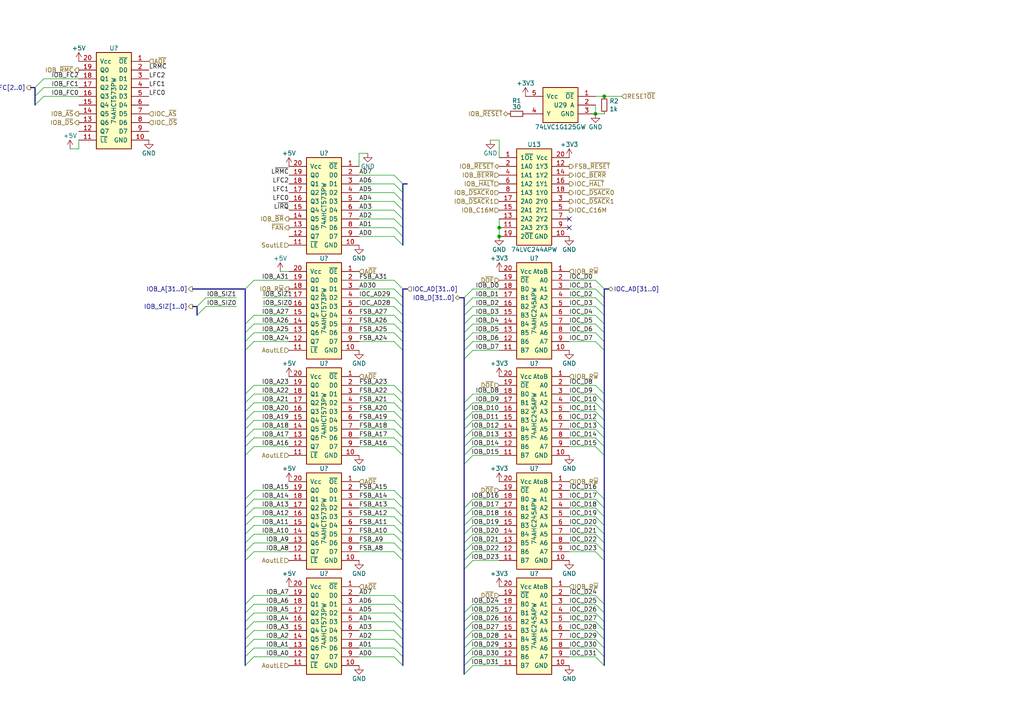
<source format=kicad_sch>
(kicad_sch (version 20230121) (generator eeschema)
  (paper "A4")
  (junction (at -57.15 154.94))
  (junction (at -36.83 160.02))
  (junction (at -46.99 165.1))
  (junction (at 144.78 66.04))
  (junction (at 175.26 27.94))
  (junction (at -57.15 165.1))
  (junction (at 144.78 68.58))
  (junction (at -26.67 165.1))
  (junction (at -67.31 149.86))
  (junction (at -26.67 154.94))
  (junction (at -46.99 160.02))
  (junction (at 172.72 33.02))
  (junction (at -46.99 154.94))
  (junction (at -26.67 149.86))
  (junction (at -36.83 154.94))
  (junction (at -57.15 160.02))
  (junction (at -57.15 149.86))
  (junction (at -46.99 149.86))
  (junction (at -16.51 165.1))
  (junction (at -67.31 160.02))
  (junction (at -36.83 149.86))
  (junction (at -16.51 154.94))
  (junction (at -26.67 160.02))
  (junction (at -36.83 165.1))
  (no_connect (at 165.1 63.5))
  (no_connect (at 165.1 66.04))
  (bus_entry (at 172.72 187.96) (size 2.54 2.54))
  (bus_entry (at 114.3 142.24) (size 2.54 2.54))
  (bus_entry (at 172.72 121.92) (size 2.54 2.54))
  (bus_entry (at 114.3 127) (size 2.54 2.54))
  (bus_entry (at 114.3 149.86) (size 2.54 2.54))
  (bus_entry (at 57.15 88.9) (size 2.54 -2.54))
  (bus_entry (at 137.16 93.98) (size -2.54 2.54))
  (bus_entry (at 114.3 147.32) (size 2.54 2.54))
  (bus_entry (at 73.66 129.54) (size -2.54 2.54))
  (bus_entry (at 137.16 187.96) (size -2.54 2.54))
  (bus_entry (at 137.16 116.84) (size -2.54 2.54))
  (bus_entry (at 114.3 124.46) (size 2.54 2.54))
  (bus_entry (at 73.66 142.24) (size -2.54 2.54))
  (bus_entry (at 137.16 99.06) (size -2.54 2.54))
  (bus_entry (at 114.3 99.06) (size 2.54 2.54))
  (bus_entry (at 114.3 93.98) (size 2.54 2.54))
  (bus_entry (at 114.3 172.72) (size 2.54 2.54))
  (bus_entry (at 137.16 119.38) (size -2.54 2.54))
  (bus_entry (at 137.16 190.5) (size -2.54 2.54))
  (bus_entry (at 137.16 121.92) (size -2.54 2.54))
  (bus_entry (at 137.16 127) (size -2.54 2.54))
  (bus_entry (at 172.72 190.5) (size 2.54 2.54))
  (bus_entry (at 172.72 175.26) (size 2.54 2.54))
  (bus_entry (at 73.66 81.28) (size -2.54 2.54))
  (bus_entry (at 73.66 172.72) (size -2.54 2.54))
  (bus_entry (at 12.7 27.94) (size -2.54 2.54))
  (bus_entry (at 137.16 88.9) (size -2.54 2.54))
  (bus_entry (at 114.3 187.96) (size 2.54 2.54))
  (bus_entry (at 114.3 175.26) (size 2.54 2.54))
  (bus_entry (at 73.66 187.96) (size -2.54 2.54))
  (bus_entry (at 114.3 50.8) (size 2.54 2.54))
  (bus_entry (at 73.66 177.8) (size -2.54 2.54))
  (bus_entry (at 172.72 149.86) (size 2.54 2.54))
  (bus_entry (at 137.16 177.8) (size -2.54 2.54))
  (bus_entry (at 73.66 175.26) (size -2.54 2.54))
  (bus_entry (at 73.66 182.88) (size -2.54 2.54))
  (bus_entry (at 114.3 53.34) (size 2.54 2.54))
  (bus_entry (at 73.66 99.06) (size -2.54 2.54))
  (bus_entry (at 137.16 162.56) (size -2.54 2.54))
  (bus_entry (at 172.72 91.44) (size 2.54 2.54))
  (bus_entry (at 114.3 86.36) (size 2.54 2.54))
  (bus_entry (at 137.16 132.08) (size -2.54 2.54))
  (bus_entry (at 114.3 116.84) (size 2.54 2.54))
  (bus_entry (at 114.3 68.58) (size 2.54 2.54))
  (bus_entry (at 137.16 83.82) (size -2.54 2.54))
  (bus_entry (at 172.72 83.82) (size 2.54 2.54))
  (bus_entry (at 172.72 160.02) (size 2.54 2.54))
  (bus_entry (at 12.7 25.4) (size -2.54 2.54))
  (bus_entry (at 172.72 154.94) (size 2.54 2.54))
  (bus_entry (at 114.3 66.04) (size 2.54 2.54))
  (bus_entry (at 137.16 193.04) (size -2.54 2.54))
  (bus_entry (at 172.72 86.36) (size 2.54 2.54))
  (bus_entry (at 137.16 157.48) (size -2.54 2.54))
  (bus_entry (at 172.72 88.9) (size 2.54 2.54))
  (bus_entry (at 12.7 22.86) (size -2.54 2.54))
  (bus_entry (at 114.3 83.82) (size 2.54 2.54))
  (bus_entry (at 172.72 124.46) (size 2.54 2.54))
  (bus_entry (at 137.16 182.88) (size -2.54 2.54))
  (bus_entry (at 137.16 154.94) (size -2.54 2.54))
  (bus_entry (at 114.3 190.5) (size 2.54 2.54))
  (bus_entry (at 73.66 152.4) (size -2.54 2.54))
  (bus_entry (at 137.16 129.54) (size -2.54 2.54))
  (bus_entry (at 172.72 93.98) (size 2.54 2.54))
  (bus_entry (at 73.66 116.84) (size -2.54 2.54))
  (bus_entry (at 114.3 121.92) (size 2.54 2.54))
  (bus_entry (at 137.16 86.36) (size -2.54 2.54))
  (bus_entry (at 137.16 175.26) (size -2.54 2.54))
  (bus_entry (at 137.16 180.34) (size -2.54 2.54))
  (bus_entry (at 137.16 91.44) (size -2.54 2.54))
  (bus_entry (at 172.72 116.84) (size 2.54 2.54))
  (bus_entry (at 114.3 114.3) (size 2.54 2.54))
  (bus_entry (at 114.3 144.78) (size 2.54 2.54))
  (bus_entry (at 172.72 81.28) (size 2.54 2.54))
  (bus_entry (at 114.3 58.42) (size 2.54 2.54))
  (bus_entry (at 172.72 157.48) (size 2.54 2.54))
  (bus_entry (at 172.72 152.4) (size 2.54 2.54))
  (bus_entry (at 172.72 127) (size 2.54 2.54))
  (bus_entry (at 172.72 142.24) (size 2.54 2.54))
  (bus_entry (at 114.3 55.88) (size 2.54 2.54))
  (bus_entry (at 73.66 127) (size -2.54 2.54))
  (bus_entry (at 114.3 60.96) (size 2.54 2.54))
  (bus_entry (at 137.16 152.4) (size -2.54 2.54))
  (bus_entry (at 114.3 129.54) (size 2.54 2.54))
  (bus_entry (at 172.72 172.72) (size 2.54 2.54))
  (bus_entry (at 137.16 147.32) (size -2.54 2.54))
  (bus_entry (at 73.66 190.5) (size -2.54 2.54))
  (bus_entry (at 114.3 185.42) (size 2.54 2.54))
  (bus_entry (at 172.72 111.76) (size 2.54 2.54))
  (bus_entry (at 114.3 111.76) (size 2.54 2.54))
  (bus_entry (at 73.66 121.92) (size -2.54 2.54))
  (bus_entry (at 73.66 154.94) (size -2.54 2.54))
  (bus_entry (at 137.16 149.86) (size -2.54 2.54))
  (bus_entry (at 172.72 144.78) (size 2.54 2.54))
  (bus_entry (at 114.3 88.9) (size 2.54 2.54))
  (bus_entry (at 114.3 160.02) (size 2.54 2.54))
  (bus_entry (at 114.3 96.52) (size 2.54 2.54))
  (bus_entry (at 73.66 144.78) (size -2.54 2.54))
  (bus_entry (at 172.72 147.32) (size 2.54 2.54))
  (bus_entry (at 114.3 81.28) (size 2.54 2.54))
  (bus_entry (at 73.66 124.46) (size -2.54 2.54))
  (bus_entry (at 73.66 157.48) (size -2.54 2.54))
  (bus_entry (at 172.72 119.38) (size 2.54 2.54))
  (bus_entry (at 172.72 180.34) (size 2.54 2.54))
  (bus_entry (at 172.72 177.8) (size 2.54 2.54))
  (bus_entry (at 114.3 119.38) (size 2.54 2.54))
  (bus_entry (at 73.66 114.3) (size -2.54 2.54))
  (bus_entry (at 114.3 91.44) (size 2.54 2.54))
  (bus_entry (at 114.3 182.88) (size 2.54 2.54))
  (bus_entry (at 172.72 185.42) (size 2.54 2.54))
  (bus_entry (at 73.66 91.44) (size -2.54 2.54))
  (bus_entry (at 137.16 101.6) (size -2.54 2.54))
  (bus_entry (at 114.3 154.94) (size 2.54 2.54))
  (bus_entry (at 73.66 185.42) (size -2.54 2.54))
  (bus_entry (at 114.3 157.48) (size 2.54 2.54))
  (bus_entry (at 73.66 160.02) (size -2.54 2.54))
  (bus_entry (at 73.66 149.86) (size -2.54 2.54))
  (bus_entry (at 114.3 177.8) (size 2.54 2.54))
  (bus_entry (at 114.3 63.5) (size 2.54 2.54))
  (bus_entry (at 172.72 182.88) (size 2.54 2.54))
  (bus_entry (at 73.66 111.76) (size -2.54 2.54))
  (bus_entry (at 73.66 147.32) (size -2.54 2.54))
  (bus_entry (at 73.66 119.38) (size -2.54 2.54))
  (bus_entry (at 137.16 144.78) (size -2.54 2.54))
  (bus_entry (at 137.16 114.3) (size -2.54 2.54))
  (bus_entry (at 114.3 180.34) (size 2.54 2.54))
  (bus_entry (at 172.72 129.54) (size 2.54 2.54))
  (bus_entry (at 137.16 124.46) (size -2.54 2.54))
  (bus_entry (at 172.72 99.06) (size 2.54 2.54))
  (bus_entry (at 137.16 185.42) (size -2.54 2.54))
  (bus_entry (at 137.16 96.52) (size -2.54 2.54))
  (bus_entry (at 57.15 91.44) (size 2.54 -2.54))
  (bus_entry (at 137.16 160.02) (size -2.54 2.54))
  (bus_entry (at 172.72 96.52) (size 2.54 2.54))
  (bus_entry (at 73.66 180.34) (size -2.54 2.54))
  (bus_entry (at 172.72 114.3) (size 2.54 2.54))
  (bus_entry (at 73.66 93.98) (size -2.54 2.54))
  (bus_entry (at 73.66 96.52) (size -2.54 2.54))
  (bus_entry (at 114.3 152.4) (size 2.54 2.54))
  (wire (pts (xy 104.14 96.52) (xy 114.3 96.52)))
  (bus (pts (xy 71.12 124.46) (xy 71.12 127)))
  (bus (pts (xy 116.84 177.8) (xy 116.84 180.34)))
  (wire (pts (xy 165.1 129.54) (xy 172.72 129.54)))
  (wire (pts (xy 76.2 86.36) (xy 83.82 86.36)))
  (bus (pts (xy 134.62 99.06) (xy 134.62 101.6)))
  (wire (pts (xy 83.82 88.9) (xy 76.2 88.9)))
  (bus (pts (xy 134.62 147.32) (xy 134.62 149.86)))
  (wire (pts (xy 83.82 149.86) (xy 73.66 149.86)))
  (bus (pts (xy 116.84 132.08) (xy 116.84 144.78)))
  (wire (pts (xy 165.1 177.8) (xy 172.72 177.8)))
  (bus (pts (xy 175.26 182.88) (xy 175.26 185.42)))
  (bus (pts (xy 175.26 99.06) (xy 175.26 101.6)))
  (wire (pts (xy 144.78 88.9) (xy 137.16 88.9)))
  (bus (pts (xy 116.84 180.34) (xy 116.84 182.88)))
  (wire (pts (xy -26.67 154.94) (xy -16.51 154.94)))
  (wire (pts (xy 83.82 147.32) (xy 73.66 147.32)))
  (wire (pts (xy 172.72 30.48) (xy 172.72 33.02)))
  (wire (pts (xy 165.1 127) (xy 172.72 127)))
  (wire (pts (xy 144.78 116.84) (xy 137.16 116.84)))
  (wire (pts (xy 144.78 119.38) (xy 137.16 119.38)))
  (bus (pts (xy 134.62 157.48) (xy 134.62 160.02)))
  (wire (pts (xy -36.83 160.02) (xy -26.67 160.02)))
  (bus (pts (xy 134.62 185.42) (xy 134.62 187.96)))
  (wire (pts (xy 165.1 185.42) (xy 172.72 185.42)))
  (wire (pts (xy 165.1 182.88) (xy 172.72 182.88)))
  (wire (pts (xy 104.14 149.86) (xy 114.3 149.86)))
  (wire (pts (xy 114.3 63.5) (xy 104.14 63.5)))
  (bus (pts (xy 116.84 99.06) (xy 116.84 101.6)))
  (bus (pts (xy 71.12 93.98) (xy 71.12 96.52)))
  (wire (pts (xy -67.31 154.94) (xy -57.15 154.94)))
  (bus (pts (xy 116.84 182.88) (xy 116.84 185.42)))
  (bus (pts (xy 71.12 83.82) (xy 71.12 93.98)))
  (bus (pts (xy 134.62 152.4) (xy 134.62 154.94)))
  (wire (pts (xy 165.1 187.96) (xy 172.72 187.96)))
  (wire (pts (xy 144.78 40.64) (xy 144.78 45.72)))
  (bus (pts (xy 71.12 127) (xy 71.12 129.54)))
  (wire (pts (xy 83.82 111.76) (xy 73.66 111.76)))
  (wire (pts (xy 144.78 86.36) (xy 137.16 86.36)))
  (bus (pts (xy 175.26 119.38) (xy 175.26 121.92)))
  (wire (pts (xy 104.14 152.4) (xy 114.3 152.4)))
  (bus (pts (xy 71.12 180.34) (xy 71.12 182.88)))
  (wire (pts (xy 59.69 86.36) (xy 68.58 86.36)))
  (wire (pts (xy 144.78 124.46) (xy 137.16 124.46)))
  (bus (pts (xy 71.12 160.02) (xy 71.12 162.56)))
  (wire (pts (xy 104.14 185.42) (xy 114.3 185.42)))
  (bus (pts (xy 175.26 175.26) (xy 175.26 177.8)))
  (bus (pts (xy 175.26 157.48) (xy 175.26 160.02)))
  (wire (pts (xy 165.1 157.48) (xy 172.72 157.48)))
  (wire (pts (xy -67.31 165.1) (xy -57.15 165.1)))
  (wire (pts (xy 175.26 27.94) (xy 172.72 27.94)))
  (bus (pts (xy 116.84 88.9) (xy 116.84 91.44)))
  (wire (pts (xy 144.78 91.44) (xy 137.16 91.44)))
  (wire (pts (xy 104.14 175.26) (xy 114.3 175.26)))
  (wire (pts (xy 114.3 50.8) (xy 104.14 50.8)))
  (wire (pts (xy 104.14 88.9) (xy 114.3 88.9)))
  (wire (pts (xy 83.82 124.46) (xy 73.66 124.46)))
  (bus (pts (xy 71.12 177.8) (xy 71.12 180.34)))
  (bus (pts (xy 116.84 162.56) (xy 116.84 175.26)))
  (wire (pts (xy 104.14 66.04) (xy 114.3 66.04)))
  (wire (pts (xy 83.82 175.26) (xy 73.66 175.26)))
  (bus (pts (xy 175.26 187.96) (xy 175.26 190.5)))
  (wire (pts (xy 83.82 114.3) (xy 73.66 114.3)))
  (bus (pts (xy 175.26 147.32) (xy 175.26 149.86)))
  (bus (pts (xy 175.26 144.78) (xy 175.26 147.32)))
  (wire (pts (xy 144.78 177.8) (xy 137.16 177.8)))
  (bus (pts (xy 134.62 119.38) (xy 134.62 121.92)))
  (wire (pts (xy 165.1 114.3) (xy 172.72 114.3)))
  (wire (pts (xy 83.82 96.52) (xy 73.66 96.52)))
  (wire (pts (xy 144.78 144.78) (xy 137.16 144.78)))
  (wire (pts (xy 144.78 182.88) (xy 137.16 182.88)))
  (bus (pts (xy 71.12 154.94) (xy 71.12 157.48)))
  (bus (pts (xy 55.88 88.9) (xy 57.15 88.9)))
  (wire (pts (xy 142.24 40.64) (xy 144.78 40.64)))
  (bus (pts (xy 116.84 149.86) (xy 116.84 152.4)))
  (wire (pts (xy 165.1 111.76) (xy 172.72 111.76)))
  (bus (pts (xy 116.84 127) (xy 116.84 129.54)))
  (wire (pts (xy 114.3 83.82) (xy 104.14 83.82)))
  (wire (pts (xy 22.86 43.18) (xy 22.86 40.64)))
  (wire (pts (xy 165.1 119.38) (xy 172.72 119.38)))
  (bus (pts (xy 175.26 162.56) (xy 175.26 175.26)))
  (bus (pts (xy 175.26 121.92) (xy 175.26 124.46)))
  (wire (pts (xy 12.7 22.86) (xy 22.86 22.86)))
  (wire (pts (xy 144.78 66.04) (xy 144.78 68.58)))
  (wire (pts (xy 165.1 93.98) (xy 172.72 93.98)))
  (bus (pts (xy 175.26 160.02) (xy 175.26 162.56)))
  (wire (pts (xy 83.82 187.96) (xy 73.66 187.96)))
  (bus (pts (xy 71.12 116.84) (xy 71.12 119.38)))
  (bus (pts (xy 175.26 154.94) (xy 175.26 157.48)))
  (bus (pts (xy 134.62 187.96) (xy 134.62 190.5)))
  (wire (pts (xy 83.82 160.02) (xy 73.66 160.02)))
  (wire (pts (xy 83.82 154.94) (xy 73.66 154.94)))
  (wire (pts (xy 144.78 114.3) (xy 137.16 114.3)))
  (wire (pts (xy 144.78 132.08) (xy 137.16 132.08)))
  (bus (pts (xy 116.84 96.52) (xy 116.84 99.06)))
  (wire (pts (xy 144.78 157.48) (xy 137.16 157.48)))
  (wire (pts (xy -36.83 165.1) (xy -26.67 165.1)))
  (bus (pts (xy 116.84 58.42) (xy 116.84 60.96)))
  (bus (pts (xy 134.62 160.02) (xy 134.62 162.56)))
  (bus (pts (xy 175.26 129.54) (xy 175.26 132.08)))
  (bus (pts (xy 71.12 119.38) (xy 71.12 121.92)))
  (wire (pts (xy 144.78 93.98) (xy 137.16 93.98)))
  (wire (pts (xy 104.14 187.96) (xy 114.3 187.96)))
  (bus (pts (xy 116.84 68.58) (xy 116.84 71.12)))
  (wire (pts (xy 104.14 147.32) (xy 114.3 147.32)))
  (wire (pts (xy 144.78 63.5) (xy 144.78 66.04)))
  (wire (pts (xy 81.28 78.74) (xy 83.82 78.74)))
  (wire (pts (xy 104.14 160.02) (xy 114.3 160.02)))
  (wire (pts (xy -26.67 149.86) (xy -16.51 149.86)))
  (wire (pts (xy 165.1 190.5) (xy 172.72 190.5)))
  (wire (pts (xy -67.31 149.86) (xy -57.15 149.86)))
  (wire (pts (xy 165.1 96.52) (xy 172.72 96.52)))
  (wire (pts (xy 83.82 180.34) (xy 73.66 180.34)))
  (bus (pts (xy 175.26 93.98) (xy 175.26 96.52)))
  (bus (pts (xy 176.53 83.82) (xy 175.26 83.82)))
  (wire (pts (xy 165.1 121.92) (xy 172.72 121.92)))
  (wire (pts (xy 104.14 127) (xy 114.3 127)))
  (wire (pts (xy -26.67 160.02) (xy -16.51 160.02)))
  (bus (pts (xy 116.84 101.6) (xy 116.84 114.3)))
  (wire (pts (xy 165.1 160.02) (xy 172.72 160.02)))
  (bus (pts (xy 57.15 88.9) (xy 57.15 91.44)))
  (wire (pts (xy 104.14 81.28) (xy 114.3 81.28)))
  (bus (pts (xy 71.12 147.32) (xy 71.12 149.86)))
  (bus (pts (xy 71.12 149.86) (xy 71.12 152.4)))
  (bus (pts (xy 134.62 101.6) (xy 134.62 104.14)))
  (bus (pts (xy 118.11 83.82) (xy 116.84 83.82)))
  (wire (pts (xy 144.78 152.4) (xy 137.16 152.4)))
  (wire (pts (xy -57.15 160.02) (xy -46.99 160.02)))
  (wire (pts (xy 165.1 152.4) (xy 172.72 152.4)))
  (bus (pts (xy 10.16 25.4) (xy 10.16 27.94)))
  (wire (pts (xy -46.99 154.94) (xy -36.83 154.94)))
  (bus (pts (xy 116.84 154.94) (xy 116.84 157.48)))
  (wire (pts (xy 165.1 99.06) (xy 172.72 99.06)))
  (wire (pts (xy 22.86 25.4) (xy 12.7 25.4)))
  (bus (pts (xy 134.62 121.92) (xy 134.62 124.46)))
  (wire (pts (xy -36.83 154.94) (xy -26.67 154.94)))
  (wire (pts (xy -26.67 165.1) (xy -16.51 165.1)))
  (bus (pts (xy 134.62 182.88) (xy 134.62 185.42)))
  (wire (pts (xy 165.1 86.36) (xy 172.72 86.36)))
  (wire (pts (xy 83.82 81.28) (xy 73.66 81.28)))
  (bus (pts (xy 116.84 119.38) (xy 116.84 121.92)))
  (bus (pts (xy 71.12 101.6) (xy 71.12 114.3)))
  (bus (pts (xy 71.12 152.4) (xy 71.12 154.94)))
  (bus (pts (xy 175.26 190.5) (xy 175.26 193.04)))
  (bus (pts (xy 175.26 83.82) (xy 175.26 86.36)))
  (wire (pts (xy 83.82 182.88) (xy 73.66 182.88)))
  (bus (pts (xy 175.26 149.86) (xy 175.26 152.4)))
  (bus (pts (xy 116.84 129.54) (xy 116.84 132.08)))
  (wire (pts (xy 104.14 154.94) (xy 114.3 154.94)))
  (bus (pts (xy 175.26 86.36) (xy 175.26 88.9)))
  (bus (pts (xy 71.12 157.48) (xy 71.12 160.02)))
  (wire (pts (xy 104.14 111.76) (xy 114.3 111.76)))
  (bus (pts (xy 116.84 116.84) (xy 116.84 119.38)))
  (bus (pts (xy 134.62 93.98) (xy 134.62 96.52)))
  (wire (pts (xy 144.78 193.04) (xy 137.16 193.04)))
  (wire (pts (xy -57.15 149.86) (xy -46.99 149.86)))
  (bus (pts (xy 116.84 91.44) (xy 116.84 93.98)))
  (wire (pts (xy 165.1 149.86) (xy 172.72 149.86)))
  (wire (pts (xy 104.14 55.88) (xy 114.3 55.88)))
  (wire (pts (xy 104.14 177.8) (xy 114.3 177.8)))
  (bus (pts (xy 116.84 53.34) (xy 116.84 55.88)))
  (wire (pts (xy 83.82 119.38) (xy 73.66 119.38)))
  (bus (pts (xy 8.89 25.4) (xy 10.16 25.4)))
  (bus (pts (xy 134.62 86.36) (xy 134.62 88.9)))
  (wire (pts (xy 144.78 175.26) (xy 137.16 175.26)))
  (wire (pts (xy 104.14 142.24) (xy 114.3 142.24)))
  (bus (pts (xy 134.62 124.46) (xy 134.62 127)))
  (wire (pts (xy 144.78 185.42) (xy 137.16 185.42)))
  (wire (pts (xy 144.78 149.86) (xy 137.16 149.86)))
  (wire (pts (xy 83.82 152.4) (xy 73.66 152.4)))
  (wire (pts (xy 165.1 124.46) (xy 172.72 124.46)))
  (bus (pts (xy 116.84 160.02) (xy 116.84 162.56)))
  (bus (pts (xy 175.26 127) (xy 175.26 129.54)))
  (wire (pts (xy -36.83 149.86) (xy -26.67 149.86)))
  (bus (pts (xy 175.26 177.8) (xy 175.26 180.34)))
  (bus (pts (xy 10.16 27.94) (xy 10.16 30.48)))
  (wire (pts (xy 144.78 129.54) (xy 137.16 129.54)))
  (wire (pts (xy 83.82 142.24) (xy 73.66 142.24)))
  (bus (pts (xy 134.62 165.1) (xy 134.62 177.8)))
  (bus (pts (xy 175.26 116.84) (xy 175.26 119.38)))
  (wire (pts (xy 83.82 190.5) (xy 73.66 190.5)))
  (bus (pts (xy 134.62 134.62) (xy 134.62 147.32)))
  (bus (pts (xy 116.84 53.34) (xy 118.11 53.34)))
  (wire (pts (xy 165.1 144.78) (xy 172.72 144.78)))
  (wire (pts (xy 83.82 129.54) (xy 73.66 129.54)))
  (wire (pts (xy 165.1 175.26) (xy 172.72 175.26)))
  (wire (pts (xy -57.15 154.94) (xy -46.99 154.94)))
  (bus (pts (xy 71.12 121.92) (xy 71.12 124.46)))
  (bus (pts (xy 116.84 187.96) (xy 116.84 190.5)))
  (wire (pts (xy 83.82 91.44) (xy 73.66 91.44)))
  (wire (pts (xy 144.78 154.94) (xy 137.16 154.94)))
  (wire (pts (xy 104.14 144.78) (xy 114.3 144.78)))
  (bus (pts (xy 116.84 124.46) (xy 116.84 127)))
  (bus (pts (xy 71.12 144.78) (xy 71.12 147.32)))
  (bus (pts (xy 116.84 93.98) (xy 116.84 96.52)))
  (wire (pts (xy 20.32 43.18) (xy 22.86 43.18)))
  (wire (pts (xy 104.14 114.3) (xy 114.3 114.3)))
  (wire (pts (xy 165.1 81.28) (xy 172.72 81.28)))
  (bus (pts (xy 175.26 185.42) (xy 175.26 187.96)))
  (bus (pts (xy 134.62 88.9) (xy 134.62 91.44)))
  (wire (pts (xy 83.82 144.78) (xy 73.66 144.78)))
  (wire (pts (xy 114.3 68.58) (xy 104.14 68.58)))
  (wire (pts (xy 144.78 121.92) (xy 137.16 121.92)))
  (wire (pts (xy 83.82 116.84) (xy 73.66 116.84)))
  (wire (pts (xy 144.78 187.96) (xy 137.16 187.96)))
  (bus (pts (xy 175.26 101.6) (xy 175.26 114.3)))
  (wire (pts (xy 165.1 142.24) (xy 172.72 142.24)))
  (wire (pts (xy 106.68 44.45) (xy 104.14 44.45)))
  (bus (pts (xy 134.62 116.84) (xy 134.62 119.38)))
  (wire (pts (xy 104.14 190.5) (xy 114.3 190.5)))
  (bus (pts (xy 116.84 144.78) (xy 116.84 147.32)))
  (wire (pts (xy 83.82 157.48) (xy 73.66 157.48)))
  (wire (pts (xy -46.99 149.86) (xy -36.83 149.86)))
  (bus (pts (xy 134.62 132.08) (xy 134.62 134.62)))
  (wire (pts (xy 144.78 180.34) (xy 137.16 180.34)))
  (wire (pts (xy 104.14 124.46) (xy 114.3 124.46)))
  (wire (pts (xy 104.14 93.98) (xy 114.3 93.98)))
  (wire (pts (xy 12.7 27.94) (xy 22.86 27.94)))
  (wire (pts (xy 104.14 116.84) (xy 114.3 116.84)))
  (wire (pts (xy 114.3 58.42) (xy 104.14 58.42)))
  (bus (pts (xy 116.84 63.5) (xy 116.84 60.96)))
  (wire (pts (xy 144.78 162.56) (xy 137.16 162.56)))
  (wire (pts (xy -57.15 165.1) (xy -46.99 165.1)))
  (bus (pts (xy 116.84 86.36) (xy 116.84 88.9)))
  (wire (pts (xy 165.1 83.82) (xy 172.72 83.82)))
  (bus (pts (xy 175.26 88.9) (xy 175.26 91.44)))
  (bus (pts (xy 116.84 185.42) (xy 116.84 187.96)))
  (wire (pts (xy 83.82 177.8) (xy 73.66 177.8)))
  (wire (pts (xy 144.78 101.6) (xy 137.16 101.6)))
  (wire (pts (xy 104.14 91.44) (xy 114.3 91.44)))
  (bus (pts (xy 175.26 91.44) (xy 175.26 93.98)))
  (wire (pts (xy 104.14 119.38) (xy 114.3 119.38)))
  (bus (pts (xy 71.12 187.96) (xy 71.12 190.5)))
  (bus (pts (xy 133.35 86.36) (xy 134.62 86.36)))
  (bus (pts (xy 71.12 114.3) (xy 71.12 116.84)))
  (wire (pts (xy 104.14 172.72) (xy 114.3 172.72)))
  (bus (pts (xy 71.12 132.08) (xy 71.12 144.78)))
  (bus (pts (xy 175.26 124.46) (xy 175.26 127)))
  (bus (pts (xy 175.26 152.4) (xy 175.26 154.94)))
  (bus (pts (xy 175.26 132.08) (xy 175.26 144.78)))
  (bus (pts (xy 134.62 180.34) (xy 134.62 182.88)))
  (bus (pts (xy 116.84 152.4) (xy 116.84 154.94)))
  (bus (pts (xy 175.26 96.52) (xy 175.26 99.06)))
  (wire (pts (xy 144.78 96.52) (xy 137.16 96.52)))
  (wire (pts (xy 165.1 88.9) (xy 172.72 88.9)))
  (bus (pts (xy 71.12 99.06) (xy 71.12 101.6)))
  (wire (pts (xy 104.14 99.06) (xy 114.3 99.06)))
  (wire (pts (xy 83.82 185.42) (xy 73.66 185.42)))
  (wire (pts (xy 83.82 93.98) (xy 73.66 93.98)))
  (wire (pts (xy 165.1 172.72) (xy 172.72 172.72)))
  (wire (pts (xy 114.3 60.96) (xy 104.14 60.96)))
  (bus (pts (xy 116.84 66.04) (xy 116.84 68.58)))
  (wire (pts (xy 165.1 91.44) (xy 172.72 91.44)))
  (bus (pts (xy 116.84 114.3) (xy 116.84 116.84)))
  (wire (pts (xy 144.78 127) (xy 137.16 127)))
  (bus (pts (xy 116.84 55.88) (xy 116.84 58.42)))
  (bus (pts (xy 134.62 129.54) (xy 134.62 132.08)))
  (bus (pts (xy 134.62 91.44) (xy 134.62 93.98)))
  (wire (pts (xy 68.58 88.9) (xy 59.69 88.9)))
  (wire (pts (xy 83.82 99.06) (xy 73.66 99.06)))
  (wire (pts (xy 180.34 27.94) (xy 175.26 27.94)))
  (bus (pts (xy 71.12 162.56) (xy 71.12 175.26)))
  (wire (pts (xy 144.78 83.82) (xy 137.16 83.82)))
  (wire (pts (xy -46.99 160.02) (xy -36.83 160.02)))
  (wire (pts (xy 114.3 53.34) (xy 104.14 53.34)))
  (bus (pts (xy 71.12 190.5) (xy 71.12 193.04)))
  (wire (pts (xy 165.1 116.84) (xy 172.72 116.84)))
  (bus (pts (xy 134.62 190.5) (xy 134.62 193.04)))
  (bus (pts (xy 134.62 96.52) (xy 134.62 99.06)))
  (bus (pts (xy 71.12 182.88) (xy 71.12 185.42)))
  (wire (pts (xy 104.14 180.34) (xy 114.3 180.34)))
  (wire (pts (xy 165.1 147.32) (xy 172.72 147.32)))
  (wire (pts (xy 165.1 180.34) (xy 172.72 180.34)))
  (bus (pts (xy 116.84 175.26) (xy 116.84 177.8)))
  (bus (pts (xy 175.26 114.3) (xy 175.26 116.84)))
  (wire (pts (xy -67.31 160.02) (xy -57.15 160.02)))
  (wire (pts (xy 83.82 121.92) (xy 73.66 121.92)))
  (wire (pts (xy 104.14 44.45) (xy 104.14 48.26)))
  (bus (pts (xy 134.62 154.94) (xy 134.62 157.48)))
  (bus (pts (xy 116.84 147.32) (xy 116.84 149.86)))
  (wire (pts (xy 144.78 190.5) (xy 137.16 190.5)))
  (bus (pts (xy 175.26 180.34) (xy 175.26 182.88)))
  (wire (pts (xy 144.78 147.32) (xy 137.16 147.32)))
  (bus (pts (xy 71.12 185.42) (xy 71.12 187.96)))
  (wire (pts (xy 104.14 157.48) (xy 114.3 157.48)))
  (wire (pts (xy -46.99 165.1) (xy -36.83 165.1)))
  (bus (pts (xy 134.62 177.8) (xy 134.62 180.34)))
  (wire (pts (xy 104.14 182.88) (xy 114.3 182.88)))
  (bus (pts (xy 55.88 83.82) (xy 71.12 83.82)))
  (wire (pts (xy 104.14 129.54) (xy 114.3 129.54)))
  (bus (pts (xy 116.84 63.5) (xy 116.84 66.04)))
  (wire (pts (xy 83.82 172.72) (xy 73.66 172.72)))
  (wire (pts (xy 83.82 127) (xy 73.66 127)))
  (bus (pts (xy 116.84 190.5) (xy 116.84 193.04)))
  (bus (pts (xy 116.84 83.82) (xy 116.84 86.36)))
  (bus (pts (xy 134.62 193.04) (xy 134.62 195.58)))
  (wire (pts (xy 144.78 99.06) (xy 137.16 99.06)))
  (bus (pts (xy 71.12 175.26) (xy 71.12 177.8)))
  (bus (pts (xy 71.12 96.52) (xy 71.12 99.06)))
  (wire (pts (xy 144.78 160.02) (xy 137.16 160.02)))
  (bus (pts (xy 116.84 157.48) (xy 116.84 160.02)))
  (bus (pts (xy 116.84 121.92) (xy 116.84 124.46)))
  (wire (pts (xy 104.14 121.92) (xy 114.3 121.92)))
  (wire (pts (xy 114.3 86.36) (xy 104.14 86.36)))
  (bus (pts (xy 134.62 162.56) (xy 134.62 165.1)))
  (bus (pts (xy 134.62 127) (xy 134.62 129.54)))
  (bus (pts (xy 134.62 149.86) (xy 134.62 152.4)))
  (bus (pts (xy 71.12 129.54) (xy 71.12 132.08)))
  (bus (pts (xy 134.62 104.14) (xy 134.62 116.84)))
  (wire (pts (xy 165.1 154.94) (xy 172.72 154.94)))
  (wire (pts (xy 175.26 33.02) (xy 172.72 33.02)))
  (label "IOB_A2" (at 83.82 185.42 180))
  (label "IOB_A0" (at 83.82 190.5 180))
  (label "FSB_A31" (at 104.14 81.28 0))
  (label "IOB_D0" (at 144.78 83.82 180))
  (label "IOB_A13" (at 83.82 147.32 180))
  (label "IOC_D23" (at 165.1 160.02 0))
  (label "IOB_D9" (at 144.78 116.84 180))
  (label "AD1" (at 104.14 187.96 0))
  (label "IOC_D7" (at 165.1 99.06 0))
  (label "IOB_D1" (at 144.78 86.36 180))
  (label "IOC_D28" (at 165.1 182.88 0))
  (label "AD4" (at 104.14 180.34 0))
  (label "FSB_A22" (at 104.14 114.3 0))
  (label "IOC_D15" (at 165.1 129.54 0))
  (label "FSB_A23" (at 104.14 111.76 0))
  (label "IOB_SIZ1" (at 76.2 86.36 0))
  (label "IOC_D5" (at 165.1 93.98 0))
  (label "FSB_A8" (at 104.14 160.02 0))
  (label "AD6" (at 104.14 53.34 0))
  (label "IOB_A23" (at 83.82 111.76 180))
  (label "IOB_D18" (at 144.78 149.86 180))
  (label "FSB_A15" (at 104.14 142.24 0))
  (label "IOB_D28" (at 144.78 185.42 180))
  (label "IOB_D10" (at 144.78 119.38 180))
  (label "AD30" (at 104.14 83.82 0))
  (label "AD2" (at 104.14 63.5 0))
  (label "IOB_D3" (at 144.78 91.44 180))
  (label "IOB_FC0" (at 22.86 27.94 180))
  (label "IOC_D25" (at 165.1 175.26 0))
  (label "IOC_D11" (at 165.1 119.38 0))
  (label "FSB_A14" (at 104.14 144.78 0))
  (label "IOC_D17" (at 165.1 144.78 0))
  (label "IOC_AD29" (at 104.14 86.36 0))
  (label "IOB_A24" (at 83.82 99.06 180))
  (label "IOB_D27" (at 144.78 182.88 180))
  (label "IOC_D9" (at 165.1 114.3 0))
  (label "IOB_FC1" (at 22.86 25.4 180))
  (label "IOB_D2" (at 144.78 88.9 180))
  (label "IOB_D20" (at 144.78 154.94 180))
  (label "IOB_A1" (at 83.82 187.96 180))
  (label "IOC_D19" (at 165.1 149.86 0))
  (label "AD0" (at 104.14 190.5 0))
  (label "IOC_D16" (at 165.1 142.24 0))
  (label "IOB_SIZ0" (at 76.2 88.9 0))
  (label "IOB_A17" (at 83.82 127 180))
  (label "FSB_A20" (at 104.14 119.38 0))
  (label "AD3" (at 104.14 182.88 0))
  (label "AD5" (at 104.14 177.8 0))
  (label "IOB_A27" (at 83.82 91.44 180))
  (label "AD7" (at 104.14 172.72 0))
  (label "IOB_A7" (at 83.82 172.72 180))
  (label "IOC_D24" (at 165.1 172.72 0))
  (label "LFC1" (at 43.18 25.4 0))
  (label "FSB_A12" (at 104.14 149.86 0))
  (label "IOB_A12" (at 83.82 149.86 180))
  (label "AD6" (at 104.14 175.26 0))
  (label "FSB_A17" (at 104.14 127 0))
  (label "IOB_D4" (at 144.78 93.98 180))
  (label "IOB_D16" (at 144.78 144.78 180))
  (label "IOB_D23" (at 144.78 162.56 180))
  (label "LRMC" (at 43.18 20.32 0))
  (label "IOB_D5" (at 144.78 96.52 180))
  (label "L~{IRQ}" (at 83.82 60.96 180))
  (label "FSB_A24" (at 104.14 99.06 0))
  (label "IOC_D6" (at 165.1 96.52 0))
  (label "IOB_A8" (at 83.82 160.02 180))
  (label "IOC_AD28" (at 104.14 88.9 0))
  (label "FSB_A26" (at 104.14 93.98 0))
  (label "IOC_D3" (at 165.1 88.9 0))
  (label "IOC_D30" (at 165.1 187.96 0))
  (label "IOB_A22" (at 83.82 114.3 180))
  (label "AD2" (at 104.14 185.42 0))
  (label "IOC_D0" (at 165.1 81.28 0))
  (label "IOC_D1" (at 165.1 83.82 0))
  (label "IOB_A9" (at 83.82 157.48 180))
  (label "IOC_D14" (at 165.1 127 0))
  (label "IOB_A14" (at 83.82 144.78 180))
  (label "IOB_A10" (at 83.82 154.94 180))
  (label "IOB_A21" (at 83.82 116.84 180))
  (label "FSB_A25" (at 104.14 96.52 0))
  (label "IOB_A19" (at 83.82 121.92 180))
  (label "IOC_D10" (at 165.1 116.84 0))
  (label "IOC_D31" (at 165.1 190.5 0))
  (label "IOB_D29" (at 144.78 187.96 180))
  (label "FSB_A16" (at 104.14 129.54 0))
  (label "IOB_D6" (at 144.78 99.06 180))
  (label "IOB_D15" (at 144.78 132.08 180))
  (label "IOB_D30" (at 144.78 190.5 180))
  (label "FSB_A27" (at 104.14 91.44 0))
  (label "IOC_D22" (at 165.1 157.48 0))
  (label "IOB_D13" (at 144.78 127 180))
  (label "IOB_D12" (at 144.78 124.46 180))
  (label "IOB_SIZ0" (at 68.58 88.9 180))
  (label "IOC_D8" (at 165.1 111.76 0))
  (label "LFC1" (at 83.82 55.88 180))
  (label "IOB_FC2" (at 22.86 22.86 180))
  (label "L~{RMC}" (at 83.82 50.8 180))
  (label "AD5" (at 104.14 55.88 0))
  (label "AD4" (at 104.14 58.42 0))
  (label "IOB_D17" (at 144.78 147.32 180))
  (label "IOC_D29" (at 165.1 185.42 0))
  (label "IOC_D18" (at 165.1 147.32 0))
  (label "IOB_D14" (at 144.78 129.54 180))
  (label "IOB_A16" (at 83.82 129.54 180))
  (label "IOC_D12" (at 165.1 121.92 0))
  (label "IOB_D24" (at 144.78 175.26 180))
  (label "IOB_A11" (at 83.82 152.4 180))
  (label "LFC0" (at 43.18 27.94 0))
  (label "IOB_D31" (at 144.78 193.04 180))
  (label "LFC0" (at 83.82 58.42 180))
  (label "IOB_D21" (at 144.78 157.48 180))
  (label "IOB_A4" (at 83.82 180.34 180))
  (label "IOB_D22" (at 144.78 160.02 180))
  (label "IOC_D13" (at 165.1 124.46 0))
  (label "AD0" (at 104.14 68.58 0))
  (label "FSB_A19" (at 104.14 121.92 0))
  (label "IOB_D7" (at 144.78 101.6 180))
  (label "IOC_D20" (at 165.1 152.4 0))
  (label "LFC2" (at 83.82 53.34 180))
  (label "IOB_A25" (at 83.82 96.52 180))
  (label "FSB_A13" (at 104.14 147.32 0))
  (label "IOB_A26" (at 83.82 93.98 180))
  (label "IOB_A3" (at 83.82 182.88 180))
  (label "IOC_D2" (at 165.1 86.36 0))
  (label "IOB_SIZ1" (at 68.58 86.36 180))
  (label "FSB_A9" (at 104.14 157.48 0))
  (label "IOB_A20" (at 83.82 119.38 180))
  (label "FSB_A10" (at 104.14 154.94 0))
  (label "IOC_D27" (at 165.1 180.34 0))
  (label "IOB_D8" (at 144.78 114.3 180))
  (label "IOB_A31" (at 83.82 81.28 180))
  (label "IOC_D21" (at 165.1 154.94 0))
  (label "IOB_A6" (at 83.82 175.26 180))
  (label "IOB_A18" (at 83.82 124.46 180))
  (label "IOB_D25" (at 144.78 177.8 180))
  (label "IOB_A5" (at 83.82 177.8 180))
  (label "FSB_A21" (at 104.14 116.84 0))
  (label "LFC2" (at 43.18 22.86 0))
  (label "IOB_D26" (at 144.78 180.34 180))
  (label "IOC_D26" (at 165.1 177.8 0))
  (label "AD1" (at 104.14 66.04 0))
  (label "AD7" (at 104.14 50.8 0))
  (label "AD3" (at 104.14 60.96 0))
  (label "FSB_A11" (at 104.14 152.4 0))
  (label "IOC_D4" (at 165.1 91.44 0))
  (label "IOB_A15" (at 83.82 142.24 180))
  (label "FSB_A18" (at 104.14 124.46 0))
  (label "IOB_D11" (at 144.78 121.92 180))
  (label "IOB_D19" (at 144.78 152.4 180))
  (hierarchical_label "IOC_~{AS}" (shape input) (at 43.18 33.02 0))
  (hierarchical_label "D~{OE}" (shape input) (at 144.78 111.76 180))
  (hierarchical_label "A~{OE}" (shape input) (at 104.14 78.74 0))
  (hierarchical_label "FSB_~{RESET}" (shape output) (at 165.1 48.26 0))
  (hierarchical_label "IOB_~{BR}" (shape output) (at 83.82 63.5 180))
  (hierarchical_label "IOC_~{DSACK}0" (shape output) (at 165.1 55.88 0))
  (hierarchical_label "IOC_~{DSACK}1" (shape output) (at 165.1 58.42 0))
  (hierarchical_label "IOB_~{AS}" (shape output) (at 22.86 33.02 180))
  (hierarchical_label "IOB_R~{W}" (shape input) (at 165.1 109.22 0))
  (hierarchical_label "RESET~{OE}" (shape input) (at 180.34 27.94 0))
  (hierarchical_label "IOB_~{RESET}" (shape bidirectional) (at 147.32 33.02 180))
  (hierarchical_label "D~{OE}" (shape input) (at 144.78 81.28 180))
  (hierarchical_label "IOB_C16M" (shape input) (at 144.78 60.96 180))
  (hierarchical_label "IOB_R~{W}" (shape input) (at 165.1 170.18 0))
  (hierarchical_label "IOB_D[31..0]" (shape bidirectional) (at 133.35 86.36 180))
  (hierarchical_label "AoutLE" (shape input) (at 83.82 162.56 180))
  (hierarchical_label "IOB_~{HALT}" (shape input) (at 144.78 53.34 180))
  (hierarchical_label "IOB_~{RESET}" (shape bidirectional) (at 144.78 48.26 180))
  (hierarchical_label "IOB_~{DSACK}1" (shape input) (at 144.78 58.42 180))
  (hierarchical_label "AoutLE" (shape input) (at 83.82 193.04 180))
  (hierarchical_label "D~{OE}" (shape input) (at 144.78 172.72 180))
  (hierarchical_label "IOB_~{DS}" (shape output) (at 22.86 35.56 180))
  (hierarchical_label "A~{OE}" (shape input) (at 104.14 109.22 0))
  (hierarchical_label "A~{OE}" (shape input) (at 104.14 139.7 0))
  (hierarchical_label "IOB_R~{W}" (shape input) (at 165.1 139.7 0))
  (hierarchical_label "A~{OE}" (shape input) (at 104.14 170.18 0))
  (hierarchical_label "IOC_~{DS}" (shape input) (at 43.18 35.56 0))
  (hierarchical_label "IOB_SIZ[1..0]" (shape output) (at 55.88 88.9 180))
  (hierarchical_label "IOC_AD[31..0]" (shape bidirectional) (at 176.53 83.82 0))
  (hierarchical_label "IOC_C16M" (shape output) (at 165.1 60.96 0))
  (hierarchical_label "IOB_~{BERR}" (shape input) (at 144.78 50.8 180))
  (hierarchical_label "IOB_A[31..0]" (shape output) (at 55.88 83.82 180))
  (hierarchical_label "IOC_~{HALT}" (shape output) (at 165.1 53.34 0))
  (hierarchical_label "IOC_AD[31..0]" (shape input) (at 118.11 83.82 0))
  (hierarchical_label "AoutLE" (shape input) (at 83.82 101.6 180))
  (hierarchical_label "IOB_R~{W}" (shape input) (at 165.1 78.74 0))
  (hierarchical_label "IOB_FC[2..0]" (shape output) (at 8.89 25.4 180))
  (hierarchical_label "IOB_~{DSACK}0" (shape input) (at 144.78 55.88 180))
  (hierarchical_label "AoutLE" (shape input) (at 83.82 132.08 180))
  (hierarchical_label "SoutLE" (shape input) (at 83.82 71.12 180))
  (hierarchical_label "IOB_~{RMC}" (shape output) (at 22.86 20.32 180))
  (hierarchical_label "A~{OE}" (shape input) (at 43.18 17.78 0))
  (hierarchical_label "~{FAN}" (shape output) (at 83.82 66.04 180))
  (hierarchical_label "IOC_~{BERR}" (shape output) (at 165.1 50.8 0))
  (hierarchical_label "D~{OE}" (shape input) (at 144.78 142.24 180))
  (hierarchical_label "IOB_R~{W}" (shape output) (at 83.82 83.82 180))
  (symbol (lib_id "GW_Logic:74573") (at 93.98 181.61 0) (mirror y) (unit 1)
    (property "Reference" "U?" (at 93.98 166.37 0))
    (property "Value" "74AHCT573PW" (at 93.98 181.61 90))
    (property "Footprint" "stdpads:TSSOP-20_4.4x6.5mm_P0.65mm" (effects hide))
    (instances (project "SE-030" (path "" (reference "U?") (unit 1)) (path "" (reference "U12") (unit 1))))
  )
  (symbol (lib_id "GW_Logic:74573") (at 93.98 151.13 0) (mirror y) (unit 1)
    (property "Reference" "U?" (at 93.98 135.89 0))
    (property "Value" "74AHCT573PW" (at 93.98 151.13 90))
    (property "Footprint" "stdpads:TSSOP-20_4.4x6.5mm_P0.65mm" (effects hide))
    (instances (project "SE-030" (path "" (reference "U?") (unit 1)) (path "" (reference "U11") (unit 1))))
  )
  (symbol (lib_id "power:GND") (at 104.14 193.04 0) (unit 1)
    (property "Reference" "#PWR?" (effects hide))
    (property "Value" "GND" (at 104.14 196.85 0))
    (instances (project "SE-030" (path "" (reference "#PWR?") (unit 1)) (path "" (reference "#PWR0130") (unit 1))))
  )
  (symbol (lib_id "power:GND") (at 104.14 162.56 0) (unit 1)
    (property "Reference" "#PWR?" (effects hide))
    (property "Value" "GND" (at 104.14 166.37 0))
    (instances (project "SE-030" (path "" (reference "#PWR?") (unit 1)) (path "" (reference "#PWR0131") (unit 1))))
  )
  (symbol (lib_id "GW_Logic:74573") (at 93.98 120.65 0) (mirror y) (unit 1)
    (property "Reference" "U?" (at 93.98 105.41 0))
    (property "Value" "74AHCT573PW" (at 93.98 120.65 90))
    (property "Footprint" "stdpads:TSSOP-20_4.4x6.5mm_P0.65mm" (effects hide))
    (instances (project "SE-030" (path "" (reference "U?") (unit 1)) (path "" (reference "U10") (unit 1))))
  )
  (symbol (lib_id "power:GND") (at 104.14 132.08 0) (unit 1)
    (property "Reference" "#PWR?" (effects hide))
    (property "Value" "GND" (at 104.14 135.89 0))
    (instances (project "SE-030" (path "" (reference "#PWR?") (unit 1)) (path "" (reference "#PWR0132") (unit 1))))
  )
  (symbol (lib_id "power:GND") (at -16.51 165.1 0) (mirror y) (unit 1)
    (property "Reference" "#PWR?" (effects hide))
    (property "Value" "GND" (at -16.51 168.91 0))
    (instances (project "SE-030" (path "" (reference "#PWR?") (unit 1)) (path "" (reference "#PWR0134") (unit 1)) (path "" (reference "#PWR?") (unit 1)) (path "" (reference "#PWR?") (unit 1))))
  )
  (symbol (lib_id "power:+5V") (at 83.82 170.18 0) (unit 1)
    (property "Reference" "#PWR?" (effects hide))
    (property "Value" "+5V" (at 83.82 166.37 0))
    (instances (project "SE-030" (path "" (reference "#PWR?") (unit 1)) (path "" (reference "#PWR0135") (unit 1))))
  )
  (symbol (lib_id "power:+5V") (at 83.82 139.7 0) (unit 1)
    (property "Reference" "#PWR?" (effects hide))
    (property "Value" "+5V" (at 83.82 135.89 0))
    (instances (project "SE-030" (path "" (reference "#PWR?") (unit 1)) (path "" (reference "#PWR0136") (unit 1))))
  )
  (symbol (lib_id "power:+5V") (at 83.82 109.22 0) (unit 1)
    (property "Reference" "#PWR?" (effects hide))
    (property "Value" "+5V" (at 83.82 105.41 0))
    (instances (project "SE-030" (path "" (reference "#PWR?") (unit 1)) (path "" (reference "#PWR0137") (unit 1))))
  )
  (symbol (lib_id "GW_Logic:741G125GW") (at 162.56 30.48 0) (mirror y) (unit 1)
    (property "Reference" "U29" (at 162.56 30.48 0))
    (property "Value" "74LVC1G125GW" (at 162.56 36.83 0))
    (property "Footprint" "stdpads:SOT-353" (effects hide))
  )
  (symbol (lib_id "Device:R_Small") (at 149.86 33.02 270) (unit 1)
    (property "Reference" "R1" (at 149.86 29.21 90))
    (property "Value" "30" (at 149.86 31.75 90) (effects (justify bottom)))
  )
  (symbol (lib_id "power:+3V3") (at 152.4 27.94 0) (mirror y) (unit 1)
    (property "Reference" "#PWR?" (effects hide))
    (property "Value" "+3V3" (at 152.4 24.13 0))
    (instances (project "SE-030" (path "" (reference "#PWR?") (unit 1)) (path "" (reference "#PWR0102") (unit 1))))
  )
  (symbol (lib_id "power:GND") (at 172.72 33.02 0) (mirror y) (unit 1)
    (property "Reference" "#PWR?" (effects hide))
    (property "Value" "GND" (at 172.72 36.83 0))
    (instances (project "SE-030" (path "" (reference "#PWR?") (unit 1)) (path "" (reference "#PWR0103") (unit 1))))
  )
  (symbol (lib_id "Device:R_Small") (at 175.26 30.48 0) (unit 1)
    (property "Reference" "R2" (at 176.7586 29.3116 0) (effects (justify left)))
    (property "Value" "1k" (at 176.7586 31.623 0) (effects (justify left)))
  )
  (symbol (lib_id "Device:C_Small") (at -26.67 152.4 0) (unit 1)
    (property "Reference" "C?" (at -25.4 151.13 0) (effects (justify left)))
    (property "Value" "2u2" (at -25.4 153.67 0) (effects (justify left)))
    (property "Footprint" "stdpads:C_0603" (effects hide))
    (instances (project "SE-030" (path "" (reference "C?") (unit 1)) (path "" (reference "C24") (unit 1)) (path "" (reference "C?") (unit 1)) (path "" (reference "C?") (unit 1))))
  )
  (symbol (lib_id "power:GND") (at -16.51 154.94 0) (mirror y) (unit 1)
    (property "Reference" "#PWR?" (effects hide))
    (property "Value" "GND" (at -16.51 158.75 0))
    (instances (project "SE-030" (path "" (reference "#PWR?") (unit 1)) (path "" (reference "#PWR0139") (unit 1)) (path "" (reference "#PWR?") (unit 1)) (path "" (reference "#PWR?") (unit 1))))
  )
  (symbol (lib_id "power:GND") (at 104.14 101.6 0) (unit 1)
    (property "Reference" "#PWR?" (effects hide))
    (property "Value" "GND" (at 104.14 105.41 0))
    (instances (project "SE-030" (path "" (reference "#PWR?") (unit 1)) (path "" (reference "#PWR0140") (unit 1))))
  )
  (symbol (lib_id "power:+5V") (at 81.28 78.74 0) (unit 1)
    (property "Reference" "#PWR?" (effects hide))
    (property "Value" "+5V" (at 81.28 74.93 0))
    (instances (project "SE-030" (path "" (reference "#PWR?") (unit 1)) (path "" (reference "#PWR0141") (unit 1))))
  )
  (symbol (lib_id "GW_Logic:74573") (at 93.98 90.17 0) (mirror y) (unit 1)
    (property "Reference" "U?" (at 93.98 74.93 0))
    (property "Value" "74AHCT573PW" (at 93.98 90.17 90))
    (property "Footprint" "stdpads:TSSOP-20_4.4x6.5mm_P0.65mm" (effects hide))
    (instances (project "SE-030" (path "" (reference "U?") (unit 1)) (path "" (reference "U9") (unit 1))))
  )
  (symbol (lib_id "GW_Logic:74573") (at 93.98 59.69 0) (mirror y) (unit 1)
    (property "Reference" "U?" (at 93.98 44.45 0))
    (property "Value" "74AHCT573PW" (at 93.98 59.69 90))
    (property "Footprint" "stdpads:TSSOP-20_4.4x6.5mm_P0.65mm" (effects hide))
    (instances (project "SE-030" (path "" (reference "U?") (unit 1)) (path "" (reference "U8") (unit 1))))
  )
  (symbol (lib_id "power:GND") (at 165.1 68.58 0) (mirror y) (unit 1)
    (property "Reference" "#PWR?" (effects hide))
    (property "Value" "GND" (at 165.1 72.39 0))
    (instances (project "SE-030" (path "" (reference "#PWR?") (unit 1)) (path "" (reference "#PWR0154") (unit 1))))
  )
  (symbol (lib_id "power:GND") (at 165.1 101.6 0) (mirror y) (unit 1)
    (property "Reference" "#PWR?" (effects hide))
    (property "Value" "GND" (at 165.1 105.41 0))
    (instances (project "SE-030" (path "" (reference "#PWR?") (unit 1)) (path "" (reference "#PWR0145") (unit 1))))
  )
  (symbol (lib_id "power:+3V3") (at 144.78 78.74 0) (mirror y) (unit 1)
    (property "Reference" "#PWR?" (effects hide))
    (property "Value" "+3V3" (at 144.78 74.93 0))
    (instances (project "SE-030" (path "" (reference "#PWR?") (unit 1)) (path "" (reference "#PWR0144") (unit 1))))
  )
  (symbol (lib_id "power:+3V3") (at 144.78 139.7 0) (mirror y) (unit 1)
    (property "Reference" "#PWR?" (effects hide))
    (property "Value" "+3V3" (at 144.78 135.89 0))
    (instances (project "SE-030" (path "" (reference "#PWR?") (unit 1)) (path "" (reference "#PWR0148") (unit 1))))
  )
  (symbol (lib_id "power:GND") (at 165.1 162.56 0) (mirror y) (unit 1)
    (property "Reference" "#PWR?" (effects hide))
    (property "Value" "GND" (at 165.1 166.37 0))
    (instances (project "SE-030" (path "" (reference "#PWR?") (unit 1)) (path "" (reference "#PWR0149") (unit 1))))
  )
  (symbol (lib_id "GW_Logic:74245") (at 154.94 151.13 0) (mirror y) (unit 1)
    (property "Reference" "U?" (at 154.94 135.89 0))
    (property "Value" "74AHC245APW" (at 154.94 151.13 90))
    (instances (project "SE-030" (path "" (reference "U?") (unit 1)) (path "" (reference "U16") (unit 1))))
  )
  (symbol (lib_id "power:+3V3") (at 144.78 170.18 0) (mirror y) (unit 1)
    (property "Reference" "#PWR?" (effects hide))
    (property "Value" "+3V3" (at 144.78 166.37 0))
    (instances (project "SE-030" (path "" (reference "#PWR?") (unit 1)) (path "" (reference "#PWR0150") (unit 1))))
  )
  (symbol (lib_id "power:GND") (at 165.1 193.04 0) (mirror y) (unit 1)
    (property "Reference" "#PWR?" (effects hide))
    (property "Value" "GND" (at 165.1 196.85 0))
    (instances (project "SE-030" (path "" (reference "#PWR?") (unit 1)) (path "" (reference "#PWR0151") (unit 1))))
  )
  (symbol (lib_id "GW_Logic:74245") (at 154.94 181.61 0) (mirror y) (unit 1)
    (property "Reference" "U?" (at 154.94 166.37 0))
    (property "Value" "74AHC245APW" (at 154.94 181.61 90))
    (instances (project "SE-030" (path "" (reference "U?") (unit 1)) (path "" (reference "U17") (unit 1))))
  )
  (symbol (lib_id "power:+3V3") (at 165.1 45.72 0) (mirror y) (unit 1)
    (property "Reference" "#PWR?" (effects hide))
    (property "Value" "+3V3" (at 165.1 41.91 0))
    (instances (project "SE-030" (path "" (reference "#PWR?") (unit 1)) (path "" (reference "#PWR0152") (unit 1))))
  )
  (symbol (lib_id "GW_Logic:74244") (at 154.94 57.15 0) (mirror y) (unit 1)
    (property "Reference" "U13" (at 154.94 41.91 0))
    (property "Value" "74LVC244APW" (at 154.94 72.39 0))
    (property "Footprint" "stdpads:TSSOP-20_4.4x6.5mm_P0.65mm" (effects hide))
  )
  (symbol (lib_id "power:GND") (at 144.78 68.58 0) (mirror y) (unit 1)
    (property "Reference" "#PWR?" (effects hide))
    (property "Value" "GND" (at 144.78 72.39 0))
    (instances (project "SE-030" (path "" (reference "#PWR?") (unit 1)) (path "" (reference "#PWR0155") (unit 1))))
  )
  (symbol (lib_id "power:GND") (at 142.24 40.64 0) (mirror y) (unit 1)
    (property "Reference" "#PWR?" (effects hide))
    (property "Value" "GND" (at 142.24 44.45 0))
    (instances (project "SE-030" (path "" (reference "#PWR?") (unit 1)) (path "" (reference "#PWR0156") (unit 1))))
  )
  (symbol (lib_id "Device:C_Small") (at -57.15 162.56 0) (unit 1)
    (property "Reference" "C?" (at -55.88 161.29 0) (effects (justify left)))
    (property "Value" "2u2" (at -55.88 163.83 0) (effects (justify left)))
    (property "Footprint" "stdpads:C_0603" (effects hide))
    (instances (project "SE-030" (path "" (reference "C?") (unit 1)) (path "" (reference "C19") (unit 1)) (path "" (reference "C?") (unit 1)) (path "" (reference "C?") (unit 1))))
  )
  (symbol (lib_id "Device:C_Small") (at -46.99 162.56 0) (unit 1)
    (property "Reference" "C?" (at -45.72 161.29 0) (effects (justify left)))
    (property "Value" "2u2" (at -45.72 163.83 0) (effects (justify left)))
    (property "Footprint" "stdpads:C_0603" (effects hide))
    (instances (project "SE-030" (path "" (reference "C?") (unit 1)) (path "" (reference "C21") (unit 1)) (path "" (reference "C?") (unit 1)) (path "" (reference "C?") (unit 1))))
  )
  (symbol (lib_id "Device:C_Small") (at -36.83 162.56 0) (unit 1)
    (property "Reference" "C?" (at -35.56 161.29 0) (effects (justify left)))
    (property "Value" "2u2" (at -35.56 163.83 0) (effects (justify left)))
    (property "Footprint" "stdpads:C_0603" (effects hide))
    (instances (project "SE-030" (path "" (reference "C?") (unit 1)) (path "" (reference "C23") (unit 1)) (path "" (reference "C?") (unit 1)) (path "" (reference "C?") (unit 1))))
  )
  (symbol (lib_id "power:+3V3") (at -67.31 160.02 0) (unit 1)
    (property "Reference" "#PWR?" (effects hide))
    (property "Value" "+3V3" (at -67.31 156.21 0))
    (instances (project "SE-030" (path "" (reference "#PWR?") (unit 1)) (path "" (reference "#PWR0133") (unit 1)) (path "" (reference "#PWR?") (unit 1)) (path "" (reference "#PWR?") (unit 1))))
  )
  (symbol (lib_id "Device:C_Small") (at -67.31 162.56 0) (unit 1)
    (property "Reference" "C?" (at -66.04 161.29 0) (effects (justify left)))
    (property "Value" "2u2" (at -66.04 163.83 0) (effects (justify left)))
    (property "Footprint" "stdpads:C_0603" (effects hide))
    (instances (project "SE-030" (path "" (reference "C?") (unit 1)) (path "" (reference "C17") (unit 1)) (path "" (reference "C?") (unit 1)) (path "" (reference "C?") (unit 1))))
  )
  (symbol (lib_id "Device:C_Small") (at -16.51 162.56 0) (unit 1)
    (property "Reference" "C?" (at -15.24 161.29 0) (effects (justify left)))
    (property "Value" "2u2" (at -15.24 163.83 0) (effects (justify left)))
    (property "Footprint" "stdpads:C_0603" (effects hide))
    (instances (project "SE-030" (path "" (reference "C?") (unit 1)) (path "" (reference "C27") (unit 1)) (path "" (reference "C?") (unit 1)) (path "" (reference "C?") (unit 1))))
  )
  (symbol (lib_id "Device:C_Small") (at -26.67 162.56 0) (unit 1)
    (property "Reference" "C?" (at -25.4 161.29 0) (effects (justify left)))
    (property "Value" "2u2" (at -25.4 163.83 0) (effects (justify left)))
    (property "Footprint" "stdpads:C_0603" (effects hide))
    (instances (project "SE-030" (path "" (reference "C?") (unit 1)) (path "" (reference "C25") (unit 1)) (path "" (reference "C?") (unit 1)) (path "" (reference "C?") (unit 1))))
  )
  (symbol (lib_id "Device:C_Small") (at -57.15 152.4 0) (unit 1)
    (property "Reference" "C?" (at -55.88 151.13 0) (effects (justify left)))
    (property "Value" "2u2" (at -55.88 153.67 0) (effects (justify left)))
    (property "Footprint" "stdpads:C_0603" (effects hide))
    (instances (project "SE-030" (path "" (reference "C?") (unit 1)) (path "" (reference "C18") (unit 1)) (path "" (reference "C?") (unit 1)) (path "" (reference "C?") (unit 1))))
  )
  (symbol (lib_id "Device:C_Small") (at -46.99 152.4 0) (unit 1)
    (property "Reference" "C?" (at -45.72 151.13 0) (effects (justify left)))
    (property "Value" "2u2" (at -45.72 153.67 0) (effects (justify left)))
    (property "Footprint" "stdpads:C_0603" (effects hide))
    (instances (project "SE-030" (path "" (reference "C?") (unit 1)) (path "" (reference "C20") (unit 1)) (path "" (reference "C?") (unit 1)) (path "" (reference "C?") (unit 1))))
  )
  (symbol (lib_id "Device:C_Small") (at -36.83 152.4 0) (unit 1)
    (property "Reference" "C?" (at -35.56 151.13 0) (effects (justify left)))
    (property "Value" "2u2" (at -35.56 153.67 0) (effects (justify left)))
    (property "Footprint" "stdpads:C_0603" (effects hide))
    (instances (project "SE-030" (path "" (reference "C?") (unit 1)) (path "" (reference "C22") (unit 1)) (path "" (reference "C?") (unit 1)) (path "" (reference "C?") (unit 1))))
  )
  (symbol (lib_id "power:+3V3") (at -67.31 149.86 0) (unit 1)
    (property "Reference" "#PWR?" (effects hide))
    (property "Value" "+3V3" (at -67.31 146.05 0))
    (instances (project "SE-030" (path "" (reference "#PWR?") (unit 1)) (path "" (reference "#PWR0138") (unit 1)) (path "" (reference "#PWR?") (unit 1)) (path "" (reference "#PWR?") (unit 1))))
  )
  (symbol (lib_id "Device:C_Small") (at -67.31 152.4 0) (unit 1)
    (property "Reference" "C?" (at -66.04 151.13 0) (effects (justify left)))
    (property "Value" "2u2" (at -66.04 153.67 0) (effects (justify left)))
    (property "Footprint" "stdpads:C_0603" (effects hide))
    (instances (project "SE-030" (path "" (reference "C?") (unit 1)) (path "" (reference "C16") (unit 1)) (path "" (reference "C?") (unit 1)) (path "" (reference "C?") (unit 1))))
  )
  (symbol (lib_id "Device:C_Small") (at -16.51 152.4 0) (unit 1)
    (property "Reference" "C?" (at -15.24 151.13 0) (effects (justify left)))
    (property "Value" "2u2" (at -15.24 153.67 0) (effects (justify left)))
    (property "Footprint" "stdpads:C_0603" (effects hide))
    (instances (project "SE-030" (path "" (reference "C?") (unit 1)) (path "" (reference "C26") (unit 1)) (path "" (reference "C?") (unit 1)) (path "" (reference "C?") (unit 1))))
  )
  (symbol (lib_id "GW_Logic:74245") (at 154.94 90.17 0) (mirror y) (unit 1)
    (property "Reference" "U?" (at 154.94 74.93 0))
    (property "Value" "74AHC245APW" (at 154.94 90.17 90))
    (instances (project "SE-030" (path "" (reference "U?") (unit 1)) (path "" (reference "U14") (unit 1))))
  )
  (symbol (lib_id "power:+3V3") (at 144.78 109.22 0) (mirror y) (unit 1)
    (property "Reference" "#PWR?" (effects hide))
    (property "Value" "+3V3" (at 144.78 105.41 0))
    (instances (project "SE-030" (path "" (reference "#PWR?") (unit 1)) (path "" (reference "#PWR0146") (unit 1))))
  )
  (symbol (lib_id "power:GND") (at 165.1 132.08 0) (mirror y) (unit 1)
    (property "Reference" "#PWR?" (effects hide))
    (property "Value" "GND" (at 165.1 135.89 0))
    (instances (project "SE-030" (path "" (reference "#PWR?") (unit 1)) (path "" (reference "#PWR0147") (unit 1))))
  )
  (symbol (lib_id "GW_Logic:74245") (at 154.94 120.65 0) (mirror y) (unit 1)
    (property "Reference" "U?" (at 154.94 105.41 0))
    (property "Value" "74AHC245APW" (at 154.94 120.65 90))
    (instances (project "SE-030" (path "" (reference "U?") (unit 1)) (path "" (reference "U15") (unit 1))))
  )
  (symbol (lib_id "power:GND") (at 104.14 71.12 0) (unit 1)
    (property "Reference" "#PWR?" (effects hide))
    (property "Value" "GND" (at 104.14 74.93 0))
    (instances (project "SE-030" (path "" (reference "#PWR?") (unit 1)) (path "" (reference "#PWR038") (unit 1))))
  )
  (symbol (lib_id "power:+5V") (at 22.86 17.78 0) (unit 1)
    (property "Reference" "#PWR?" (effects hide))
    (property "Value" "+5V" (at 22.86 13.97 0))
    (instances (project "SE-030" (path "" (reference "#PWR?") (unit 1)) (path "" (reference "#PWR039") (unit 1))))
  )
  (symbol (lib_id "power:GND") (at 106.68 44.45 0) (unit 1)
    (property "Reference" "#PWR?" (effects hide))
    (property "Value" "GND" (at 106.68 48.26 0))
    (instances (project "SE-030" (path "" (reference "#PWR?") (unit 1)) (path "" (reference "#PWR041") (unit 1))))
  )
  (symbol (lib_id "power:+5V") (at 83.82 48.26 0) (unit 1)
    (property "Reference" "#PWR?" (effects hide))
    (property "Value" "+5V" (at 83.82 44.45 0))
    (instances (project "SE-030" (path "" (reference "#PWR?") (unit 1)) (path "" (reference "#PWR037") (unit 1))))
  )
  (symbol (lib_id "GW_Logic:74573") (at 33.02 29.21 0) (mirror y) (unit 1)
    (property "Reference" "U?" (at 33.02 13.97 0))
    (property "Value" "74AHCT573PW" (at 33.02 29.21 90))
    (property "Footprint" "stdpads:TSSOP-20_4.4x6.5mm_P0.65mm" (effects hide))
    (instances (project "SE-030" (path "" (reference "U?") (unit 1)) (path "" (reference "U34") (unit 1))))
  )
  (symbol (lib_id "power:GND") (at 43.18 40.64 0) (unit 1)
    (property "Reference" "#PWR?" (effects hide))
    (property "Value" "GND" (at 43.18 44.45 0))
    (instances (project "SE-030" (path "" (reference "#PWR?") (unit 1)) (path "" (reference "#PWR042") (unit 1))))
  )
  (symbol (lib_id "power:+5V") (at 20.32 43.18 0) (unit 1)
    (property "Reference" "#PWR?" (effects hide))
    (property "Value" "+5V" (at 20.32 39.37 0))
    (instances (project "SE-030" (path "" (reference "#PWR?") (unit 1)) (path "" (reference "#PWR040") (unit 1))))
  )
)
</source>
